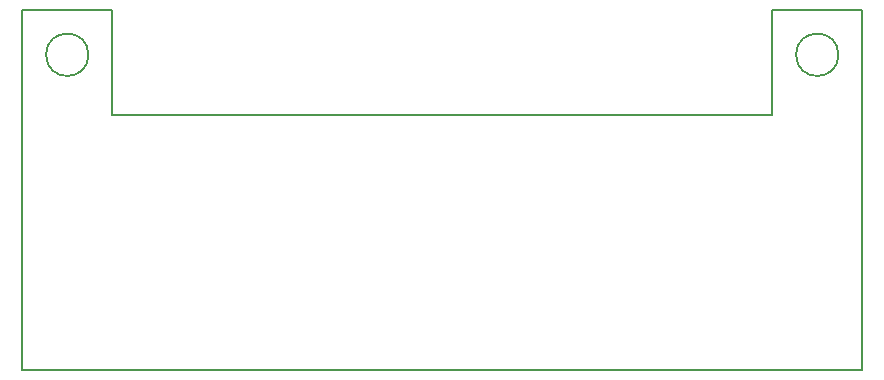
<source format=gbr>
G04 #@! TF.GenerationSoftware,KiCad,Pcbnew,(5.0.0)*
G04 #@! TF.CreationDate,2019-02-13T09:48:48+01:00*
G04 #@! TF.ProjectId,Kicad-PisuPCB,4B696361642D506973755043422E6B69,rev?*
G04 #@! TF.SameCoordinates,Original*
G04 #@! TF.FileFunction,Profile,NP*
%FSLAX46Y46*%
G04 Gerber Fmt 4.6, Leading zero omitted, Abs format (unit mm)*
G04 Created by KiCad (PCBNEW (5.0.0)) date 02/13/19 09:48:48*
%MOMM*%
%LPD*%
G01*
G04 APERTURE LIST*
%ADD10C,0.200000*%
G04 APERTURE END LIST*
D10*
X133876051Y-54610000D02*
G75*
G03X133876051Y-54610000I-1796051J0D01*
G01*
X197376051Y-54610000D02*
G75*
G03X197376051Y-54610000I-1796051J0D01*
G01*
X199390000Y-81280000D02*
X128270000Y-81280000D01*
X199390000Y-50800000D02*
X199390000Y-81280000D01*
X191770000Y-50800000D02*
X199390000Y-50800000D01*
X191770000Y-59690000D02*
X191770000Y-50800000D01*
X135890000Y-59690000D02*
X191770000Y-59690000D01*
X135890000Y-58420000D02*
X135890000Y-59690000D01*
X135890000Y-50800000D02*
X135890000Y-58420000D01*
X128270000Y-50800000D02*
X135890000Y-50800000D01*
X128270000Y-81280000D02*
X128270000Y-50800000D01*
M02*

</source>
